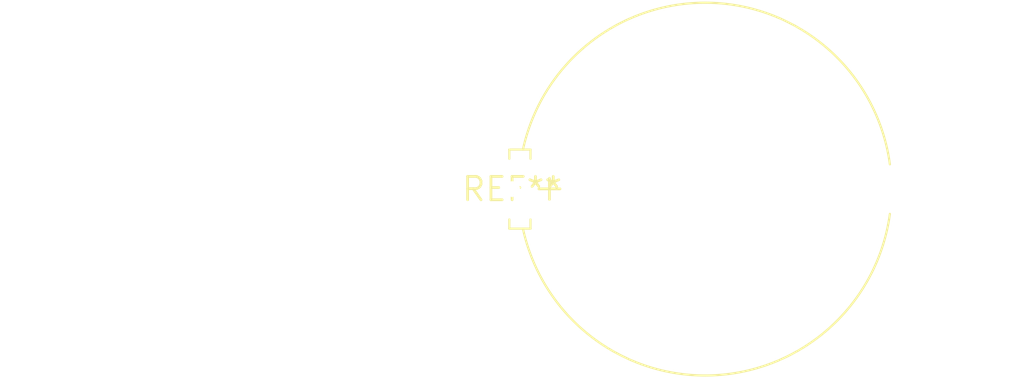
<source format=kicad_pcb>
(kicad_pcb (version 20240108) (generator pcbnew)
  (layers (0 "F.Cu" signal) (31 "B.Cu" signal) (34 "B.Paste" user) (35 "F.Paste" user) (36 "B.SilkS" user "B.Silkscreen") (37 "F.SilkS" user "F.Silkscreen") (38 "B.Mask" user) (39 "F.Mask" user) (44 "Edge.Cuts" user))
  (net 0 "")
  (footprint "Battery_Panasonic_CR2032-HFN_Horizontal_CircularHoles" (layer "F.Cu") (at 0 0)
    (property "Reference" "REF**")
    (property "Value" "Battery_Panasonic_CR2032-HFN_Horizontal_CircularHoles")
    (fp_line (start -0.15 -2.15) (end -0.15 -1.65) (layer "F.SilkS") (stroke (width 0.12)))
    (fp_line (start -0.15 -2.15) (end 1 -2.15) (layer "F.SilkS") (stroke (width 0.12)))
    (fp_line (start -0.15 2.15) (end -0.15 1.65) (layer "F.SilkS") (stroke (width 0.12)))
    (fp_line (start -0.15 2.15) (end 1 2.15) (layer "F.SilkS") (stroke (width 0.12)))
    (fp_line (start 1 -2.15) (end 1 -1.65) (layer "F.SilkS") (stroke (width 0.12)))
    (fp_line (start 1 2.15) (end 1 1.65) (layer "F.SilkS") (stroke (width 0.12)))
    (fp_arc (start 0.59 -2.15) (mid 10.91 -10.13) (end 20.55 -1.35) (layer "F.SilkS") (stroke (width 0.12)))
    (fp_arc (start 20.55 1.35) (mid 10.91 10.13) (end 0.59 2.15) (layer "F.SilkS") (stroke (width 0.12)))
    (fp_text user "+" (at 2.032 -0.127 0) (layer "F.SilkS") (effects (font (size 1.5 1.5))))
    (pad "1" thru_hole rect (at 0 0) (size 1.6 2) (drill 0.85) (layers *.Cu *.Mask) (remove_unused_layers))
    (pad "2" thru_hole oval (at 20.5 0) (size 1.6 2) (drill 0.85) (layers *.Cu *.Mask) (remove_unused_layers))
  )
)
</source>
